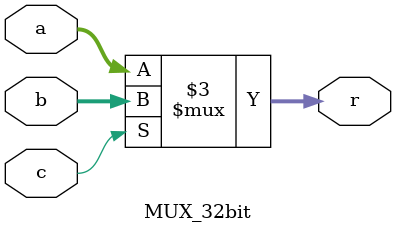
<source format=v>
`timescale 1ns / 1ps


module MUX_32bit(c,a,b,r);
input c;
input [31:0] a,b;
output reg [31:0] r;


always@ (a or b or c) begin
if(c)
     r<=b;
else
     r<=a;
end
endmodule

</source>
